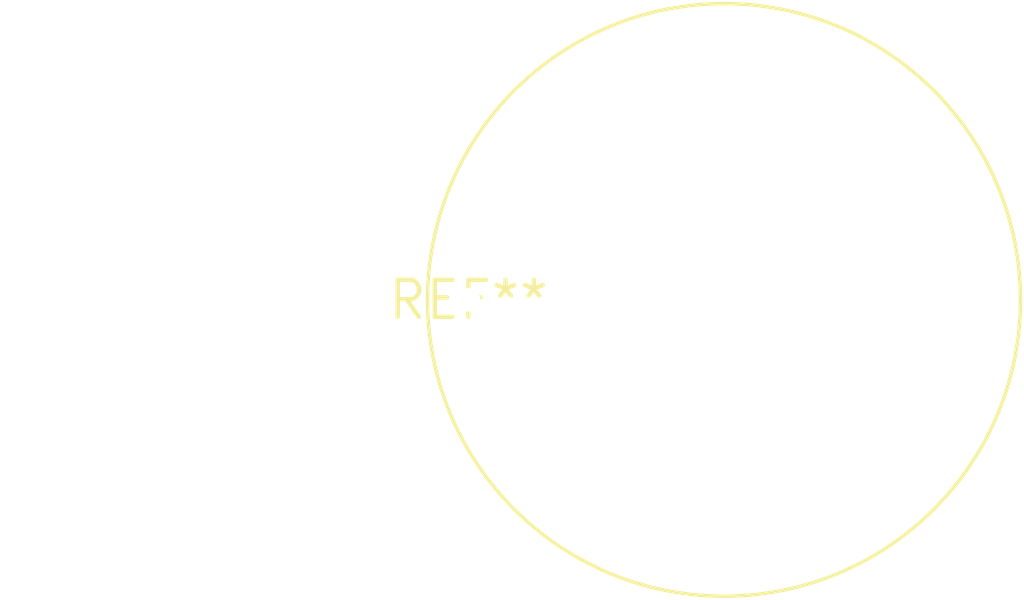
<source format=kicad_pcb>
(kicad_pcb (version 20240108) (generator pcbnew)
  (layers (0 "F.Cu" signal) (31 "B.Cu" signal) (34 "B.Paste" user) (35 "F.Paste" user) (36 "B.SilkS" user "B.Silkscreen") (37 "F.SilkS" user "F.Silkscreen") (38 "B.Mask" user) (39 "F.Mask" user) (44 "Edge.Cuts" user))
  (net 0 "")
  (footprint "R_LDR_D20mm_P17.5mm_Vertical" (layer "F.Cu") (at 0 0)
    (property "Reference" "REF**")
    (property "Value" "R_LDR_D20mm_P17.5mm_Vertical")
    (fp_circle (center 8.75 0) (end -1.4 0) (layer "F.SilkS") (stroke (width 0.12)) (fill none))
    (pad "1" thru_hole circle (at 0 0) (size 1.6 1.6) (drill 0.8) (layers *.Cu *.Mask) (remove_unused_layers))
    (pad "2" thru_hole circle (at 17.5 0) (size 1.6 1.6) (drill 0.8) (layers *.Cu *.Mask) (remove_unused_layers))
  )
)
</source>
